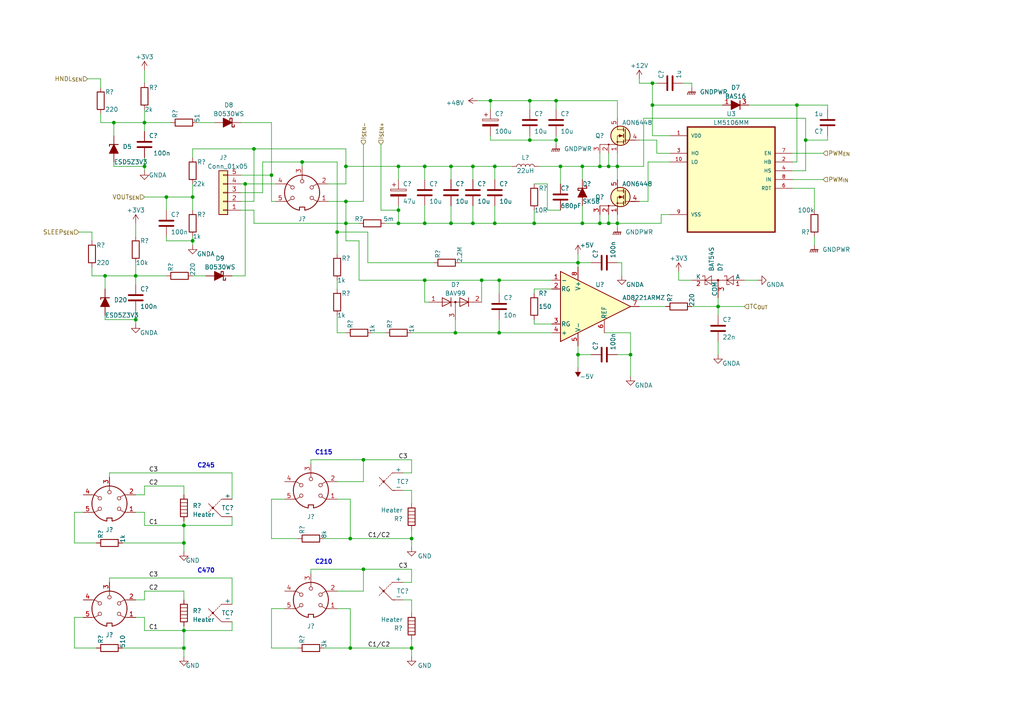
<source format=kicad_sch>
(kicad_sch (version 20230121) (generator eeschema)
  (paper "A4")
  (lib_symbols
    (symbol "Connector:DIN-5" (pin_names (offset 1.016))
      (property "Reference" "J" (at 3.175 5.715 0))
      (property "Value" "DIN-5" (at 0 -6.35 0))
      (symbol "DIN-5_1_1"
        (pin passive line (at -7.62 -2.54 0) (length 2.54) (name "~") (number "1"))
        (pin passive line (at -7.62 2.54 0) (length 2.54) (name "~") (number "2"))
        (pin passive line (at 0 7.62 270) (length 2.54) (name "~") (number "3"))
        (pin passive line (at 7.62 2.54 180) (length 2.54) (name "~") (number "4"))
        (pin passive line (at 7.62 -2.54 180) (length 2.54) (name "~") (number "5"))
      )
    )
    (symbol "Connector_Generic:Conn_01x05" (pin_names (offset 1.016) hide)
      (property "Reference" "J" (at 0 7.62 0))
      (property "Value" "Conn_01x05" (at 0 -7.62 0))
      (symbol "Conn_01x05_1_1"
        (pin passive line (at -5.08 5.08 0) (length 3.81) (name "Pin_1") (number "1"))
        (pin passive line (at -5.08 2.54 0) (length 3.81) (name "Pin_2") (number "2"))
        (pin passive line (at -5.08 0 0) (length 3.81) (name "Pin_3") (number "3"))
        (pin passive line (at -5.08 -2.54 0) (length 3.81) (name "Pin_4") (number "4"))
        (pin passive line (at -5.08 -5.08 0) (length 3.81) (name "Pin_5") (number "5"))
      )
    )
    (symbol "Device:C" (pin_numbers hide) (pin_names (offset 0.254))
      (property "Reference" "C" (at 0.635 2.54 0))
      (property "Value" "C" (at 0.635 -2.54 0))
      (symbol "C_1_1"
        (pin passive line (at 0 3.81 270) (length 2.794) (name "~") (number "1"))
        (pin passive line (at 0 -3.81 90) (length 2.794) (name "~") (number "2"))
      )
    )
    (symbol "Device:C_Polarized" (pin_numbers hide) (pin_names (offset 0.254))
      (property "Reference" "C" (at 0.635 2.54 0))
      (property "Value" "C_Polarized" (at 0.635 -2.54 0))
      (symbol "C_Polarized_1_1"
        (pin passive line (at 0 3.81 270) (length 2.794) (name "~") (number "1"))
        (pin passive line (at 0 -3.81 90) (length 2.794) (name "~") (number "2"))
      )
    )
    (symbol "Device:Heater" (pin_numbers hide) (pin_names (offset 0))
      (property "Reference" "R" (at 2.032 0 90))
      (property "Value" "Heater" (at -2.032 0 90))
      (symbol "Heater_1_1"
        (pin passive line (at 0 3.81 270) (length 1.27) (name "~") (number "1"))
        (pin passive line (at 0 -3.81 90) (length 1.27) (name "~") (number "2"))
      )
    )
    (symbol "Device:L" (pin_numbers hide) (pin_names (offset 1.016) hide)
      (property "Reference" "L" (at -1.27 0 90))
      (property "Value" "L" (at 1.905 0 90))
      (symbol "L_1_1"
        (pin passive line (at 0 3.81 270) (length 1.27) (name "1") (number "1"))
        (pin passive line (at 0 -3.81 90) (length 1.27) (name "2") (number "2"))
      )
    )
    (symbol "Device:R" (pin_numbers hide) (pin_names (offset 0))
      (property "Reference" "R" (at 2.032 0 90))
      (property "Value" "R" (at 0 0 90))
      (symbol "R_1_1"
        (pin passive line (at 0 3.81 270) (length 1.27) (name "~") (number "1"))
        (pin passive line (at 0 -3.81 90) (length 1.27) (name "~") (number "2"))
      )
    )
    (symbol "Device:Thermocouple" (pin_numbers hide) (pin_names (offset 0))
      (property "Reference" "TC" (at -3.048 3.81 0))
      (property "Value" "Thermocouple" (at -5.08 -4.064 0))
      (symbol "Thermocouple_1_1"
        (pin passive line (at 2.54 2.54 180) (length 2.54) (name "+") (number "1"))
        (pin passive line (at 2.54 -2.54 180) (length 2.54) (name "-") (number "2"))
      )
    )
    (symbol "Diode:BAT54S" (pin_names (offset 0))
      (property "Reference" "D" (at 2.54 -5.08 0))
      (property "Value" "BAT54S" (at -6.35 3.175 0))
      (symbol "BAT54S_1_1"
        (pin passive line (at -7.62 0 0) (length 3.81) (name "A") (number "1"))
        (pin passive line (at 7.62 0 180) (length 3.81) (name "K") (number "2"))
        (pin passive line (at 0 -5.08 90) (length 5.08) (name "COM") (number "3"))
      )
    )
    (symbol "Diode:BAV99" (pin_names hide)
      (property "Reference" "D" (at 0 5.08 0))
      (property "Value" "BAV99" (at 0 2.54 0))
      (symbol "BAV99_1_1"
        (pin passive line (at -7.62 0 0) (length 2.54) (name "K") (number "1"))
        (pin passive line (at 7.62 0 180) (length 2.54) (name "A") (number "2"))
        (pin passive line (at 0 -5.08 90) (length 2.54) (name "K") (number "3"))
      )
    )
    (symbol "LM5106MM:LM5106MM" (pin_names (offset 1.016))
      (property "Reference" "U" (at -12.7 16.24 0))
      (property "Value" "LM5106MM" (at -12.7 -19.24 0))
      (symbol "LM5106MM_0_0"
        (pin power_in line (at 17.78 12.7 180) (length 5.08) (name "VDD") (number "1"))
        (pin output line (at 17.78 5.08 180) (length 5.08) (name "LO") (number "10"))
        (pin input line (at -17.78 5.08 0) (length 5.08) (name "HB") (number "2"))
        (pin output line (at 17.78 7.62 180) (length 5.08) (name "HO") (number "3"))
        (pin input line (at -17.78 2.54 0) (length 5.08) (name "HS") (number "4"))
        (pin input line (at -17.78 -2.54 0) (length 5.08) (name "RDT") (number "6"))
        (pin input line (at -17.78 7.62 0) (length 5.08) (name "EN") (number "7"))
        (pin input line (at -17.78 0 0) (length 5.08) (name "IN") (number "8"))
        (pin power_in line (at 17.78 -10.16 180) (length 5.08) (name "VSS") (number "9"))
      )
    )
    (symbol "PCM_4ms_Power-symbol:+12V" (power) (pin_names (offset 0))
      (property "Value" "+12V" (at 0 3.556 0))
      (symbol "+12V_1_1"
        (pin power_in line (at 0 0 90) (length 0) hide (name "+12V") (number "1"))
      )
    )
    (symbol "PCM_4ms_Power-symbol:+3.3V" (power) (pin_names (offset 0))
      (property "Value" "+3.3V" (at 0 3.556 0))
      (symbol "+3.3V_1_1"
        (pin power_in line (at 0 0 90) (length 0) hide (name "+3V3") (number "1"))
      )
    )
    (symbol "PCM_4ms_Power-symbol:+5V" (power) (pin_names (offset 0))
      (property "Value" "+5V" (at 0 3.556 0))
      (symbol "+5V_1_1"
        (pin power_in line (at 0 0 90) (length 0) hide (name "+5V") (number "1"))
      )
    )
    (symbol "PCM_Amplifier_Instrumentation_AKL:AD8221ARMZ" (pin_names (offset 0.2))
      (property "Reference" "U" (at 6.35 7.62 0))
      (property "Value" "AD8221ARMZ" (at 6.35 5.08 0))
      (symbol "AD8221ARMZ_1_1"
        (pin input line (at -11.43 7.62 0) (length 2.54) (name "-") (number "1"))
        (pin passive line (at -11.43 5.08 0) (length 2.54) (name "RG") (number "2"))
        (pin passive line (at -11.43 -5.08 0) (length 2.54) (name "RG") (number "3"))
        (pin input line (at -11.43 -7.62 0) (length 2.54) (name "+") (number "4"))
        (pin power_in line (at -3.81 -11.43 90) (length 3.81) (name "V-") (number "5"))
        (pin input line (at 3.81 -7.62 90) (length 3.81) (name "REF") (number "6"))
        (pin output line (at 13.97 0 180) (length 2.54) (name "~") (number "7"))
        (pin power_in line (at -3.81 11.43 270) (length 3.81) (name "V+") (number "8"))
      )
    )
    (symbol "PCM_Diode_AKL:BAS16" (pin_names (offset 1.016) hide)
      (property "Reference" "D" (at 0 6.35 0))
      (property "Value" "BAS16" (at 0 3.81 0))
      (symbol "BAS16_1_1"
        (pin passive line (at -3.81 0 0) (length 2.54) (name "A") (number "1"))
        (pin no_connect line (at 0 0 0) (length 2.54) hide (name "NC") (number "2"))
        (pin passive line (at 3.81 0 180) (length 2.54) (name "K") (number "3"))
      )
    )
    (symbol "PCM_Diode_Schottky_AKL:B0530WS" (pin_numbers hide) (pin_names (offset 1.016) hide)
      (property "Reference" "D" (at 0 5.08 0))
      (property "Value" "B0530WS" (at 0 2.54 0))
      (symbol "B0530WS_1_1"
        (pin passive line (at 3.81 0 180) (length 2.54) (name "K") (number "1"))
        (pin passive line (at -3.81 0 0) (length 2.54) (name "A") (number "2"))
      )
    )
    (symbol "PCM_Diode_Schottky_AKL:SK58" (pin_numbers hide) (pin_names (offset 1.016) hide)
      (property "Reference" "D" (at 0 5.08 0))
      (property "Value" "SK58" (at 0 2.54 0))
      (symbol "SK58_1_1"
        (pin passive line (at 3.81 0 180) (length 2.54) (name "K") (number "1"))
        (pin passive line (at -3.81 0 0) (length 2.54) (name "A") (number "2"))
      )
    )
    (symbol "PCM_Diode_TVS_AKL:ESD5Z3V3" (pin_numbers hide) (pin_names (offset 1.016) hide)
      (property "Reference" "D" (at 0 5.08 0))
      (property "Value" "ESD5Z3V3" (at 0 2.54 0))
      (symbol "ESD5Z3V3_1_1"
        (pin passive line (at 3.81 0 180) (length 2.54) (name "K") (number "1"))
        (pin passive line (at -3.81 0 0) (length 2.54) (name "A") (number "2"))
      )
    )
    (symbol "PCM_Transistor_MOSFET_AKL:AON6220" (pin_names hide)
      (property "Reference" "Q" (at 5.08 1.27 0))
      (property "Value" "AON6220" (at 5.08 -1.27 0))
      (symbol "AON6220_1_1"
        (pin passive line (at 2.54 -5.08 90) (length 2.54) (name "S") (number "1"))
        (pin passive line (at 5.08 -5.08 90) (length 2.54) (name "S") (number "2"))
        (pin passive line (at 7.62 -5.08 90) (length 2.54) (name "S") (number "3"))
        (pin input line (at -3.81 -1.27 0) (length 2.54) (name "G") (number "4"))
        (pin passive line (at 2.54 5.08 270) (length 2.54) (name "D") (number "5"))
      )
    )
    (symbol "power:+48V" (power) (pin_names (offset 0))
      (property "Value" "+48V" (at 0 3.556 0))
      (symbol "+48V_1_1"
        (pin power_in line (at 0 0 90) (length 0) hide (name "+48V") (number "1"))
      )
    )
    (symbol "power:-5V" (power) (pin_names (offset 0))
      (property "Value" "-5V" (at 0 3.81 0))
      (symbol "-5V_0_0"
        (pin power_in line (at 0 0 90) (length 0) hide (name "-5V") (number "1"))
      )
    )
    (symbol "power:GND" (power) (pin_names (offset 0))
      (property "Value" "GND" (at 0 -3.81 0))
      (symbol "GND_1_1"
        (pin power_in line (at 0 0 270) (length 0) hide (name "GND") (number "1"))
      )
    )
    (symbol "power:GNDA" (power) (pin_names (offset 0))
      (property "Value" "GNDA" (at 0 -3.81 0))
      (symbol "GNDA_1_1"
        (pin power_in line (at 0 0 270) (length 0) hide (name "GNDA") (number "1"))
      )
    )
    (symbol "power:GNDPWR" (power) (pin_names (offset 0))
      (property "Value" "GNDPWR" (at 0 -3.302 0))
      (symbol "GNDPWR_1_1"
        (pin power_in line (at 0 0 270) (length 0) hide (name "GNDPWR") (number "1"))
      )
    )
  )
  (junction (at 30.48 80.01))
  (junction (at 41.91 48.26))
  (junction (at 176.53 64.77))
  (junction (at 144.78 81.28))
  (junction (at 179.07 64.77))
  (junction (at 173.99 64.77))
  (junction (at 100.33 48.26))
  (junction (at 101.6 187.96))
  (junction (at 137.16 64.77))
  (junction (at 53.34 157.48))
  (junction (at 143.51 64.77))
  (junction (at 168.91 64.77))
  (junction (at 162.56 48.26))
  (junction (at 161.29 40.64))
  (junction (at 39.37 92.71))
  (junction (at 100.33 64.77))
  (junction (at 115.57 60.96))
  (junction (at 39.37 80.01))
  (junction (at 73.66 43.18))
  (junction (at 55.88 57.15))
  (junction (at 53.34 187.96))
  (junction (at 168.91 48.26))
  (junction (at 48.26 57.15))
  (junction (at 189.23 30.48))
  (junction (at 176.53 48.26))
  (junction (at 179.07 48.26))
  (junction (at 100.33 58.42))
  (junction (at 101.6 156.21))
  (junction (at 173.99 48.26))
  (junction (at 233.68 40.64))
  (junction (at 78.74 50.8))
  (junction (at 123.19 64.77))
  (junction (at 123.19 81.28))
  (junction (at 153.67 40.64))
  (junction (at 139.7 81.28))
  (junction (at 161.29 29.21))
  (junction (at 167.64 102.87))
  (junction (at 55.88 69.85))
  (junction (at 132.08 96.52))
  (junction (at 167.64 76.2))
  (junction (at 53.34 152.4))
  (junction (at 53.34 182.88))
  (junction (at 130.81 48.26))
  (junction (at 154.94 64.77))
  (junction (at 231.14 30.48))
  (junction (at 143.51 48.26))
  (junction (at 144.78 96.52))
  (junction (at 119.38 156.21))
  (junction (at 87.63 46.99))
  (junction (at 189.23 24.13))
  (junction (at 153.67 29.21))
  (junction (at 115.57 64.77))
  (junction (at 105.41 165.1))
  (junction (at 105.41 133.35))
  (junction (at 123.19 48.26))
  (junction (at 208.28 88.9))
  (junction (at 137.16 48.26))
  (junction (at 41.91 35.56))
  (junction (at 115.57 48.26))
  (junction (at 142.24 29.21))
  (junction (at 71.12 53.34))
  (junction (at 97.79 67.31))
  (junction (at 119.38 187.96))
  (junction (at 130.81 64.77))
  (junction (at 33.02 35.56))
  (junction (at 182.88 102.87))
  (wire (pts (xy 189.23 30.48) (xy 209.55 30.48)))
  (wire (pts (xy 76.2 46.99) (xy 87.63 46.99)))
  (wire (pts (xy 78.74 50.8) (xy 69.85 50.8)))
  (wire (pts (xy 104.14 81.28) (xy 104.14 69.85)))
  (wire (pts (xy 73.66 64.77) (xy 100.33 64.77)))
  (wire (pts (xy 137.16 64.77) (xy 143.51 64.77)))
  (wire (pts (xy 55.88 53.34) (xy 55.88 57.15)))
  (wire (pts (xy 29.21 35.56) (xy 29.21 33.02)))
  (wire (pts (xy 229.87 44.45) (xy 238.76 44.45)))
  (wire (pts (xy 130.81 64.77) (xy 137.16 64.77)))
  (wire (pts (xy 119.38 185.42) (xy 119.38 187.96)))
  (wire (pts (xy 115.57 48.26) (xy 115.57 52.07)))
  (wire (pts (xy 87.63 46.99) (xy 97.79 46.99)))
  (wire (pts (xy 41.91 140.97) (xy 41.91 143.51)))
  (wire (pts (xy 123.19 59.69) (xy 123.19 64.77)))
  (wire (pts (xy 133.35 76.2) (xy 167.64 76.2)))
  (wire (pts (xy 116.84 173.99) (xy 119.38 173.99)))
  (wire (pts (xy 39.37 90.17) (xy 39.37 92.71)))
  (wire (pts (xy 90.17 165.1) (xy 90.17 166.37)))
  (wire (pts (xy 115.57 59.69) (xy 115.57 60.96)))
  (wire (pts (xy 41.91 182.88) (xy 53.34 182.88)))
  (wire (pts (xy 21.59 187.96) (xy 21.59 179.07)))
  (wire (pts (xy 105.41 58.42) (xy 100.33 58.42)))
  (wire (pts (xy 41.91 20.32) (xy 41.91 24.13)))
  (wire (pts (xy 189.23 39.37) (xy 189.23 30.48)))
  (wire (pts (xy 167.64 102.87) (xy 167.64 100.33)))
  (wire (pts (xy 53.34 152.4) (xy 67.31 152.4)))
  (wire (pts (xy 162.56 48.26) (xy 168.91 48.26)))
  (wire (pts (xy 200.66 24.13) (xy 198.12 24.13)))
  (wire (pts (xy 179.07 29.21) (xy 179.07 34.29)))
  (wire (pts (xy 175.26 96.52) (xy 182.88 96.52)))
  (wire (pts (xy 71.12 80.01) (xy 71.12 53.34)))
  (wire (pts (xy 154.94 60.96) (xy 154.94 64.77)))
  (wire (pts (xy 142.24 29.21) (xy 142.24 31.75)))
  (wire (pts (xy 158.75 60.96) (xy 158.75 53.34)))
  (wire (pts (xy 160.02 81.28) (xy 144.78 81.28)))
  (wire (pts (xy 139.7 81.28) (xy 144.78 81.28)))
  (wire (pts (xy 31.75 137.16) (xy 31.75 138.43)))
  (wire (pts (xy 29.21 22.86) (xy 25.4 22.86)))
  (wire (pts (xy 208.28 99.06) (xy 208.28 102.87)))
  (wire (pts (xy 53.34 173.99) (xy 53.34 171.45)))
  (wire (pts (xy 78.74 58.42) (xy 78.74 50.8)))
  (wire (pts (xy 154.94 83.82) (xy 160.02 83.82)))
  (wire (pts (xy 100.33 43.18) (xy 100.33 48.26)))
  (wire (pts (xy 240.03 31.75) (xy 240.03 30.48)))
  (wire (pts (xy 31.75 167.64) (xy 31.75 168.91)))
  (wire (pts (xy 39.37 179.07) (xy 41.91 179.07)))
  (wire (pts (xy 154.94 85.09) (xy 154.94 83.82)))
  (wire (pts (xy 69.85 53.34) (xy 71.12 53.34)))
  (wire (pts (xy 41.91 31.75) (xy 41.91 35.56)))
  (wire (pts (xy 21.59 179.07) (xy 24.13 179.07)))
  (wire (pts (xy 173.99 62.23) (xy 173.99 64.77)))
  (wire (pts (xy 173.99 44.45) (xy 173.99 48.26)))
  (wire (pts (xy 78.74 176.53) (xy 82.55 176.53)))
  (wire (pts (xy 179.07 48.26) (xy 179.07 52.07)))
  (wire (pts (xy 176.53 44.45) (xy 176.53 48.26)))
  (wire (pts (xy 78.74 187.96) (xy 78.74 176.53)))
  (wire (pts (xy 236.22 54.61) (xy 229.87 54.61)))
  (wire (pts (xy 139.7 81.28) (xy 139.7 87.63)))
  (wire (pts (xy 48.26 57.15) (xy 55.88 57.15)))
  (wire (pts (xy 57.15 35.56) (xy 62.23 35.56)))
  (wire (pts (xy 41.91 45.72) (xy 41.91 48.26)))
  (wire (pts (xy 100.33 48.26) (xy 115.57 48.26)))
  (wire (pts (xy 161.29 40.64) (xy 161.29 41.91)))
  (wire (pts (xy 39.37 64.77) (xy 39.37 68.58)))
  (wire (pts (xy 41.91 152.4) (xy 53.34 152.4)))
  (wire (pts (xy 167.64 73.66) (xy 167.64 76.2)))
  (wire (pts (xy 67.31 152.4) (xy 67.31 149.86)))
  (wire (pts (xy 142.24 40.64) (xy 153.67 40.64)))
  (wire (pts (xy 67.31 144.78) (xy 67.31 137.16)))
  (wire (pts (xy 53.34 157.48) (xy 53.34 160.02)))
  (wire (pts (xy 162.56 48.26) (xy 162.56 53.34)))
  (wire (pts (xy 97.79 176.53) (xy 101.6 176.53)))
  (wire (pts (xy 130.81 59.69) (xy 130.81 64.77)))
  (wire (pts (xy 115.57 48.26) (xy 123.19 48.26)))
  (wire (pts (xy 179.07 64.77) (xy 179.07 66.04)))
  (wire (pts (xy 153.67 29.21) (xy 153.67 31.75)))
  (wire (pts (xy 55.88 68.58) (xy 55.88 69.85)))
  (wire (pts (xy 167.64 76.2) (xy 167.64 77.47)))
  (wire (pts (xy 132.08 92.71) (xy 132.08 96.52)))
  (wire (pts (xy 105.41 165.1) (xy 105.41 171.45)))
  (wire (pts (xy 154.94 92.71) (xy 154.94 93.98)))
  (wire (pts (xy 233.68 34.29) (xy 186.69 34.29)))
  (wire (pts (xy 30.48 80.01) (xy 39.37 80.01)))
  (wire (pts (xy 132.08 96.52) (xy 144.78 96.52)))
  (wire (pts (xy 41.91 35.56) (xy 49.53 35.56)))
  (wire (pts (xy 194.31 62.23) (xy 191.77 62.23)))
  (wire (pts (xy 35.56 187.96) (xy 53.34 187.96)))
  (wire (pts (xy 110.49 60.96) (xy 115.57 60.96)))
  (wire (pts (xy 233.68 49.53) (xy 233.68 40.64)))
  (wire (pts (xy 208.28 86.36) (xy 208.28 88.9)))
  (wire (pts (xy 106.68 67.31) (xy 97.79 67.31)))
  (wire (pts (xy 171.45 102.87) (xy 167.64 102.87)))
  (wire (pts (xy 101.6 187.96) (xy 119.38 187.96)))
  (wire (pts (xy 137.16 59.69) (xy 137.16 64.77)))
  (wire (pts (xy 173.99 48.26) (xy 176.53 48.26)))
  (wire (pts (xy 107.95 96.52) (xy 111.76 96.52)))
  (wire (pts (xy 55.88 43.18) (xy 73.66 43.18)))
  (wire (pts (xy 105.41 133.35) (xy 105.41 139.7)))
  (wire (pts (xy 95.25 53.34) (xy 100.33 53.34)))
  (wire (pts (xy 76.2 55.88) (xy 76.2 46.99)))
  (wire (pts (xy 86.36 187.96) (xy 78.74 187.96)))
  (wire (pts (xy 158.75 53.34) (xy 154.94 53.34)))
  (wire (pts (xy 168.91 48.26) (xy 168.91 52.07)))
  (wire (pts (xy 106.68 76.2) (xy 106.68 67.31)))
  (wire (pts (xy 144.78 92.71) (xy 144.78 96.52)))
  (wire (pts (xy 208.28 88.9) (xy 215.9 88.9)))
  (wire (pts (xy 53.34 182.88) (xy 53.34 187.96)))
  (wire (pts (xy 69.85 58.42) (xy 73.66 58.42)))
  (wire (pts (xy 143.51 48.26) (xy 143.51 52.07)))
  (wire (pts (xy 153.67 39.37) (xy 153.67 40.64)))
  (wire (pts (xy 233.68 40.64) (xy 233.68 34.29)))
  (wire (pts (xy 101.6 176.53) (xy 101.6 187.96)))
  (wire (pts (xy 119.38 153.67) (xy 119.38 156.21)))
  (wire (pts (xy 69.85 55.88) (xy 76.2 55.88)))
  (wire (pts (xy 39.37 143.51) (xy 41.91 143.51)))
  (wire (pts (xy 30.48 92.71) (xy 39.37 92.71)))
  (wire (pts (xy 48.26 68.58) (xy 48.26 69.85)))
  (wire (pts (xy 229.87 52.07) (xy 238.76 52.07)))
  (wire (pts (xy 39.37 92.71) (xy 39.37 93.98)))
  (wire (pts (xy 130.81 52.07) (xy 130.81 48.26)))
  (wire (pts (xy 33.02 35.56) (xy 41.91 35.56)))
  (wire (pts (xy 119.38 156.21) (xy 119.38 158.75)))
  (wire (pts (xy 194.31 39.37) (xy 189.23 39.37)))
  (wire (pts (xy 41.91 57.15) (xy 48.26 57.15)))
  (wire (pts (xy 194.31 46.99) (xy 187.96 46.99)))
  (wire (pts (xy 41.91 171.45) (xy 41.91 173.99)))
  (wire (pts (xy 100.33 64.77) (xy 100.33 69.85)))
  (wire (pts (xy 185.42 24.13) (xy 185.42 22.86)))
  (wire (pts (xy 69.85 35.56) (xy 78.74 35.56)))
  (wire (pts (xy 123.19 64.77) (xy 130.81 64.77)))
  (wire (pts (xy 119.38 142.24) (xy 119.38 146.05)))
  (wire (pts (xy 71.12 53.34) (xy 80.01 53.34)))
  (wire (pts (xy 73.66 60.96) (xy 73.66 64.77)))
  (wire (pts (xy 78.74 156.21) (xy 78.74 144.78)))
  (wire (pts (xy 30.48 80.01) (xy 30.48 83.82)))
  (wire (pts (xy 110.49 41.91) (xy 110.49 60.96)))
  (wire (pts (xy 196.85 78.74) (xy 196.85 81.28)))
  (wire (pts (xy 39.37 148.59) (xy 41.91 148.59)))
  (wire (pts (xy 105.41 133.35) (xy 119.38 133.35)))
  (wire (pts (xy 179.07 44.45) (xy 179.07 48.26)))
  (wire (pts (xy 101.6 144.78) (xy 101.6 156.21)))
  (wire (pts (xy 26.67 67.31) (xy 22.86 67.31)))
  (wire (pts (xy 39.37 80.01) (xy 48.26 80.01)))
  (wire (pts (xy 119.38 96.52) (xy 132.08 96.52)))
  (wire (pts (xy 123.19 81.28) (xy 139.7 81.28)))
  (wire (pts (xy 27.94 157.48) (xy 21.59 157.48)))
  (wire (pts (xy 53.34 187.96) (xy 53.34 190.5)))
  (wire (pts (xy 182.88 102.87) (xy 179.07 102.87)))
  (wire (pts (xy 233.68 40.64) (xy 240.03 40.64)))
  (wire (pts (xy 73.66 43.18) (xy 100.33 43.18)))
  (wire (pts (xy 162.56 60.96) (xy 158.75 60.96)))
  (wire (pts (xy 53.34 171.45) (xy 41.91 171.45)))
  (wire (pts (xy 33.02 48.26) (xy 41.91 48.26)))
  (wire (pts (xy 97.79 67.31) (xy 97.79 73.66)))
  (wire (pts (xy 190.5 24.13) (xy 189.23 24.13)))
  (wire (pts (xy 80.01 58.42) (xy 78.74 58.42)))
  (wire (pts (xy 142.24 29.21) (xy 153.67 29.21)))
  (wire (pts (xy 95.25 58.42) (xy 100.33 58.42)))
  (wire (pts (xy 119.38 173.99) (xy 119.38 177.8)))
  (wire (pts (xy 39.37 76.2) (xy 39.37 80.01)))
  (wire (pts (xy 182.88 102.87) (xy 182.88 109.22)))
  (wire (pts (xy 240.03 39.37) (xy 240.03 40.64)))
  (wire (pts (xy 168.91 64.77) (xy 173.99 64.77)))
  (wire (pts (xy 154.94 64.77) (xy 168.91 64.77)))
  (wire (pts (xy 189.23 24.13) (xy 185.42 24.13)))
  (wire (pts (xy 97.79 144.78) (xy 101.6 144.78)))
  (wire (pts (xy 101.6 156.21) (xy 119.38 156.21)))
  (wire (pts (xy 53.34 140.97) (xy 41.91 140.97)))
  (wire (pts (xy 21.59 157.48) (xy 21.59 148.59)))
  (wire (pts (xy 240.03 30.48) (xy 231.14 30.48)))
  (wire (pts (xy 29.21 25.4) (xy 29.21 22.86)))
  (wire (pts (xy 138.43 29.21) (xy 142.24 29.21)))
  (wire (pts (xy 119.38 187.96) (xy 119.38 190.5)))
  (wire (pts (xy 116.84 168.91) (xy 119.38 168.91)))
  (wire (pts (xy 41.91 35.56) (xy 41.91 38.1)))
  (wire (pts (xy 104.14 81.28) (xy 123.19 81.28)))
  (wire (pts (xy 53.34 152.4) (xy 53.34 157.48)))
  (wire (pts (xy 104.14 69.85) (xy 100.33 69.85)))
  (wire (pts (xy 115.57 64.77) (xy 123.19 64.77)))
  (wire (pts (xy 90.17 133.35) (xy 105.41 133.35)))
  (wire (pts (xy 100.33 64.77) (xy 104.14 64.77)))
  (wire (pts (xy 168.91 59.69) (xy 168.91 64.77)))
  (wire (pts (xy 100.33 58.42) (xy 100.33 64.77)))
  (wire (pts (xy 41.91 148.59) (xy 41.91 152.4)))
  (wire (pts (xy 48.26 69.85) (xy 55.88 69.85)))
  (wire (pts (xy 100.33 48.26) (xy 100.33 53.34)))
  (wire (pts (xy 148.59 48.26) (xy 143.51 48.26)))
  (wire (pts (xy 39.37 173.99) (xy 41.91 173.99)))
  (wire (pts (xy 90.17 165.1) (xy 105.41 165.1)))
  (wire (pts (xy 31.75 167.64) (xy 67.31 167.64)))
  (wire (pts (xy 119.38 168.91) (xy 119.38 165.1)))
  (wire (pts (xy 168.91 48.26) (xy 173.99 48.26)))
  (wire (pts (xy 187.96 58.42) (xy 185.42 58.42)))
  (wire (pts (xy 93.98 187.96) (xy 101.6 187.96)))
  (wire (pts (xy 55.88 80.01) (xy 59.69 80.01)))
  (wire (pts (xy 123.19 48.26) (xy 130.81 48.26)))
  (wire (pts (xy 26.67 80.01) (xy 26.67 77.47)))
  (wire (pts (xy 53.34 152.4) (xy 53.34 151.13)))
  (wire (pts (xy 67.31 182.88) (xy 67.31 180.34)))
  (wire (pts (xy 123.19 48.26) (xy 123.19 52.07)))
  (wire (pts (xy 30.48 91.44) (xy 30.48 92.71)))
  (wire (pts (xy 93.98 156.21) (xy 101.6 156.21)))
  (wire (pts (xy 105.41 41.91) (xy 105.41 58.42)))
  (wire (pts (xy 53.34 182.88) (xy 53.34 181.61)))
  (wire (pts (xy 97.79 96.52) (xy 97.79 91.44)))
  (wire (pts (xy 137.16 48.26) (xy 143.51 48.26)))
  (wire (pts (xy 123.19 87.63) (xy 124.46 87.63)))
  (wire (pts (xy 176.53 62.23) (xy 176.53 64.77)))
  (wire (pts (xy 171.45 76.2) (xy 167.64 76.2)))
  (wire (pts (xy 55.88 69.85) (xy 55.88 71.12)))
  (wire (pts (xy 119.38 137.16) (xy 119.38 133.35)))
  (wire (pts (xy 189.23 30.48) (xy 189.23 24.13)))
  (wire (pts (xy 41.91 48.26) (xy 41.91 49.53)))
  (wire (pts (xy 26.67 69.85) (xy 26.67 67.31)))
  (wire (pts (xy 208.28 88.9) (xy 208.28 91.44)))
  (wire (pts (xy 200.66 88.9) (xy 208.28 88.9)))
  (wire (pts (xy 105.41 165.1) (xy 119.38 165.1)))
  (wire (pts (xy 236.22 60.96) (xy 236.22 54.61)))
  (wire (pts (xy 161.29 29.21) (xy 161.29 31.75)))
  (wire (pts (xy 153.67 29.21) (xy 161.29 29.21)))
  (wire (pts (xy 55.88 45.72) (xy 55.88 43.18)))
  (wire (pts (xy 231.14 30.48) (xy 231.14 46.99)))
  (wire (pts (xy 48.26 60.96) (xy 48.26 57.15)))
  (wire (pts (xy 125.73 76.2) (xy 106.68 76.2)))
  (wire (pts (xy 97.79 81.28) (xy 97.79 83.82)))
  (wire (pts (xy 190.5 40.64) (xy 185.42 40.64)))
  (wire (pts (xy 180.34 76.2) (xy 180.34 80.01)))
  (wire (pts (xy 143.51 64.77) (xy 154.94 64.77)))
  (wire (pts (xy 153.67 40.64) (xy 161.29 40.64)))
  (wire (pts (xy 130.81 48.26) (xy 137.16 48.26)))
  (wire (pts (xy 69.85 60.96) (xy 73.66 60.96)))
  (wire (pts (xy 27.94 187.96) (xy 21.59 187.96)))
  (wire (pts (xy 123.19 81.28) (xy 123.19 87.63)))
  (wire (pts (xy 144.78 81.28) (xy 144.78 85.09)))
  (wire (pts (xy 191.77 62.23) (xy 191.77 64.77)))
  (wire (pts (xy 176.53 48.26) (xy 179.07 48.26)))
  (wire (pts (xy 167.64 102.87) (xy 167.64 106.68)))
  (wire (pts (xy 154.94 93.98) (xy 160.02 93.98)))
  (wire (pts (xy 143.51 59.69) (xy 143.51 64.77)))
  (wire (pts (xy 182.88 96.52) (xy 182.88 102.87)))
  (wire (pts (xy 137.16 52.07) (xy 137.16 48.26)))
  (wire (pts (xy 217.17 30.48) (xy 231.14 30.48)))
  (wire (pts (xy 41.91 179.07) (xy 41.91 182.88)))
  (wire (pts (xy 67.31 175.26) (xy 67.31 167.64)))
  (wire (pts (xy 111.76 64.77) (xy 115.57 64.77)))
  (wire (pts (xy 116.84 137.16) (xy 119.38 137.16)))
  (wire (pts (xy 33.02 46.99) (xy 33.02 48.26)))
  (wire (pts (xy 176.53 64.77) (xy 179.07 64.77)))
  (wire (pts (xy 187.96 46.99) (xy 187.96 58.42)))
  (wire (pts (xy 142.24 39.37) (xy 142.24 40.64)))
  (wire (pts (xy 190.5 44.45) (xy 190.5 40.64)))
  (wire (pts (xy 53.34 143.51) (xy 53.34 140.97)))
  (wire (pts (xy 31.75 137.16) (xy 67.31 137.16)))
  (wire (pts (xy 194.31 44.45) (xy 190.5 44.45)))
  (wire (pts (xy 78.74 35.56) (xy 78.74 50.8)))
  (wire (pts (xy 179.07 62.23) (xy 179.07 64.77)))
  (wire (pts (xy 115.57 60.96) (xy 115.57 64.77)))
  (wire (pts (xy 231.14 46.99) (xy 229.87 46.99)))
  (wire (pts (xy 39.37 80.01) (xy 39.37 82.55)))
  (wire (pts (xy 78.74 144.78) (xy 82.55 144.78)))
  (wire (pts (xy 26.67 80.01) (xy 30.48 80.01)))
  (wire (pts (xy 229.87 49.53) (xy 233.68 49.53)))
  (wire (pts (xy 67.31 80.01) (xy 71.12 80.01)))
  (wire (pts (xy 55.88 57.15) (xy 55.88 60.96)))
  (wire (pts (xy 21.59 148.59) (xy 24.13 148.59)))
  (wire (pts (xy 156.21 48.26) (xy 162.56 48.26)))
  (wire (pts (xy 186.69 48.26) (xy 179.07 48.26)))
  (wire (pts (xy 97.79 46.99) (xy 97.79 67.31)))
  (wire (pts (xy 116.84 142.24) (xy 119.38 142.24)))
  (wire (pts (xy 97.79 171.45) (xy 105.41 171.45)))
  (wire (pts (xy 161.29 29.21) (xy 179.07 29.21)))
  (wire (pts (xy 200.66 25.4) (xy 200.66 24.13)))
  (wire (pts (xy 86.36 156.21) (xy 78.74 156.21)))
  (wire (pts (xy 97.79 96.52) (xy 100.33 96.52)))
  (wire (pts (xy 53.34 182.88) (xy 67.31 182.88)))
  (wire (pts (xy 73.66 58.42) (xy 73.66 43.18)))
  (wire (pts (xy 191.77 64.77) (xy 179.07 64.77)))
  (wire (pts (xy 29.21 35.56) (xy 33.02 35.56)))
  (wire (pts (xy 33.02 35.56) (xy 33.02 39.37)))
  (wire (pts (xy 97.79 139.7) (xy 105.41 139.7)))
  (wire (pts (xy 87.63 48.26) (xy 87.63 46.99)))
  (wire (pts (xy 144.78 96.52) (xy 160.02 96.52)))
  (wire (pts (xy 186.69 34.29) (xy 186.69 48.26)))
  (wire (pts (xy 179.07 76.2) (xy 180.34 76.2)))
  (wire (pts (xy 161.29 39.37) (xy 161.29 40.64)))
  (wire (pts (xy 196.85 81.28) (xy 200.66 81.28)))
  (wire (pts (xy 215.9 81.28) (xy 219.71 81.28)))
  (wire (pts (xy 236.22 68.58) (xy 236.22 71.12)))
  (wire (pts (xy 90.17 133.35) (xy 90.17 134.62)))
  (wire (pts (xy 35.56 157.48) (xy 53.34 157.48)))
  (wire (pts (xy 173.99 64.77) (xy 176.53 64.77)))
  (wire (pts (xy 185.42 88.9) (xy 193.04 88.9)))
  (text "C245" (at 57.15 135.89 0) (effects (font (size 1.27 1.27) (thickness 0.254) bold) (justify left bottom)))
  (text "C210" (at 96.52 163.83 0) (effects (font (size 1.27 1.27) (thickness 0.254) bold) (justify right bottom)))
  (text "C470" (at 57.15 166.37 0) (effects (font (size 1.27 1.27) (thickness 0.254) bold) (justify left bottom)))
  (text "C115" (at 96.52 132.08 0) (effects (font (size 1.27 1.27) (thickness 0.254) bold) (justify right bottom)))
  (label "C2" (at 43.18 171.45 0))
  (label "C3" (at 43.18 137.16 0))
  (label "C3" (at 43.18 167.64 0))
  (label "C1{slash}C2" (at 106.68 187.96 0))
  (label "C3" (at 115.57 133.35 0))
  (label "C3" (at 115.57 165.1 0))
  (label "C1" (at 43.18 152.4 0))
  (label "C1" (at 43.18 182.88 0))
  (label "C1{slash}C2" (at 106.68 156.21 0))
  (label "C2" (at 43.18 140.97 0))
  (hierarchical_label "TC_{OUT}" (shape input) (at 215.9 88.9 0))
  (hierarchical_label "HNDL_{SEN}" (shape input) (at 25.4 22.86 180))
  (hierarchical_label "I_{SEN+}" (shape input) (at 110.49 41.91 90))
  (hierarchical_label "VOUT_{SEN}" (shape input) (at 41.91 57.15 180))
  (hierarchical_label "PWM_{IN}" (shape input) (at 238.76 52.07 0))
  (hierarchical_label "PWM_{EN}" (shape input) (at 238.76 44.45 0))
  (hierarchical_label "I_{SEN-}" (shape input) (at 105.41 41.91 90))
  (hierarchical_label "SLEEP_{SEN}" (shape input) (at 22.86 67.31 180))
  (symbol (lib_id "Diode:BAV99") (at 132.08 87.63 0) (unit 1)
    (property "Reference" "D?" (at 132.08 82.55 0))
    (property "Value" "BAV99" (at 132.08 85.09 0))
    (property "Footprint" "Package_TO_SOT_SMD:SOT-23" (effects hide))
    (property "Datasheet" "https://assets.nexperia.com/documents/data-sheet/BAV99_SER.pdf" (effects hide))
  )
  (symbol (lib_id "Device:R") (at 97.79 77.47 0) (unit 1)
    (property "Reference" "R?" (at 99.06 74.93 0) (effects (justify left)))
    (property "Value" "1k" (at 97.79 81.28 0) (effects (justify left)))
    (property "Footprint" "Resistor_SMD:R_1206_3216Metric_Pad1.30x1.75mm_HandSolder" (effects hide))
  )
  (symbol (lib_id "Device:Thermocouple") (at 114.3 139.7 0) (unit 1) (on_board no)
    (property "Reference" "TC?" (at 116.84 139.7 0))
    (property "Value" "Thermocouple" (effects hide))
  )
  (symbol (lib_id "Device:R") (at 90.17 187.96 90) (unit 1) (on_board no)
    (property "Reference" "R?" (at 87.63 186.69 0) (effects (justify left)))
    (property "Value" "3k" (at 93.98 187.96 0) (effects (justify left)))
    (property "Footprint" "Resistor_SMD:R_0603_1608Metric_Pad0.98x0.95mm_HandSolder" (effects hide))
  )
  (symbol (lib_id "power:GNDPWR") (at 161.29 41.91 0) (unit 1)
    (property "Reference" "#PWR?" (effects hide))
    (property "Value" "GNDPWR" (at 167.64 43.18 0))
  )
  (symbol (lib_id "Device:C") (at 208.28 95.25 0) (unit 1)
    (property "Reference" "C?" (at 209.55 92.71 0) (effects (justify left)))
    (property "Value" "22n" (at 209.55 97.79 0) (effects (justify left)))
    (property "Footprint" "Capacitor_SMD:C_0805_2012Metric" (effects hide))
  )
  (symbol (lib_id "Diode:BAT54S") (at 208.28 81.28 0) (mirror y) (unit 1)
    (property "Reference" "D?" (at 208.915 78.74 90) (effects (justify left)))
    (property "Value" "BAT54S" (at 206.375 78.74 90) (effects (justify left)))
    (property "Footprint" "Package_TO_SOT_SMD:SOT-23" (effects hide))
    (property "Datasheet" "https://www.diodes.com/assets/Datasheets/ds11005.pdf" (effects hide))
  )
  (symbol (lib_id "Device:R") (at 29.21 29.21 0) (unit 1)
    (property "Reference" "R?" (at 30.48 26.67 0) (effects (justify left)))
    (property "Value" "220" (at 30.48 31.75 0) (effects (justify left)))
    (property "Footprint" "Resistor_SMD:R_0603_1608Metric_Pad0.98x0.95mm_HandSolder" (effects hide))
  )
  (symbol (lib_id "Device:R") (at 53.34 35.56 90) (unit 1)
    (property "Reference" "R?" (at 50.8 34.29 0) (effects (justify left)))
    (property "Value" "51" (at 57.15 35.56 0) (effects (justify left)))
    (property "Footprint" "Resistor_SMD:R_0603_1608Metric_Pad0.98x0.95mm_HandSolder" (effects hide))
  )
  (symbol (lib_id "Connector:DIN-5") (at 90.17 142.24 0) (mirror y) (unit 1) (on_board no)
    (property "Reference" "J?" (at 90.1699 149.86 0))
    (property "Value" "DIN-5" (effects hide))
    (property "Datasheet" "http://www.mouser.com/ds/2/18/40_c091_abd_e-75918.pdf" (effects hide))
  )
  (symbol (lib_id "Device:C_Polarized") (at 142.24 35.56 0) (unit 1)
    (property "Reference" "C?" (at 143.51 33.02 0) (effects (justify left)))
    (property "Value" "100u" (at 143.51 38.1 0) (effects (justify left)))
    (property "Footprint" "Capacitor_SMD:C_0805_2012Metric" (effects hide))
  )
  (symbol (lib_id "Device:R") (at 97.79 87.63 0) (unit 1)
    (property "Reference" "R?" (at 99.06 85.09 0) (effects (justify left)))
    (property "Value" "1k" (at 97.79 91.44 0) (effects (justify left)))
    (property "Footprint" "Resistor_SMD:R_1206_3216Metric_Pad1.30x1.75mm_HandSolder" (effects hide))
  )
  (symbol (lib_id "Device:L") (at 152.4 48.26 90) (unit 1)
    (property "Reference" "L?" (at 152.4 45.72 90))
    (property "Value" "22uH" (at 152.4 49.53 90))
    (property "Footprint" "Inductor_SMD:L_Bourns_SRP1770TA_16.9x16.9mm" (effects hide))
  )
  (symbol (lib_id "Device:R") (at 196.85 88.9 90) (unit 1)
    (property "Reference" "R?" (at 194.31 87.63 0) (effects (justify left)))
    (property "Value" "220" (at 200.66 88.9 0) (effects (justify left)))
    (property "Footprint" "Resistor_SMD:R_0603_1608Metric_Pad0.98x0.95mm_HandSolder" (effects hide))
  )
  (symbol (lib_id "power:GNDPWR") (at 236.22 71.12 0) (unit 1)
    (property "Reference" "#PWR?" (effects hide))
    (property "Value" "GNDPWR" (at 242.57 72.39 0))
  )
  (symbol (lib_id "Device:R") (at 154.94 57.15 0) (unit 1)
    (property "Reference" "R?" (at 156.21 54.61 0) (effects (justify left)))
    (property "Value" "10R" (at 154.94 60.96 0) (effects (justify left)))
    (property "Footprint" "Resistor_SMD:R_1206_3216Metric_Pad1.30x1.75mm_HandSolder" (effects hide))
  )
  (symbol (lib_id "power:GND") (at 119.38 190.5 0) (unit 1)
    (property "Reference" "#PWR?" (effects hide))
    (property "Value" "GND" (at 123.19 193.04 0))
  )
  (symbol (lib_id "Device:R") (at 39.37 72.39 0) (unit 1)
    (property "Reference" "R?" (at 40.64 69.85 0) (effects (justify left)))
    (property "Value" "10k" (at 39.37 76.2 0) (effects (justify left)))
    (property "Footprint" "Resistor_SMD:R_0603_1608Metric_Pad0.98x0.95mm_HandSolder" (effects hide))
  )
  (symbol (lib_id "Device:Thermocouple") (at 64.77 177.8 0) (unit 1) (on_board no)
    (property "Reference" "TC?" (at 66.04 177.8 0))
    (property "Value" "Thermocouple" (effects hide))
  )
  (symbol (lib_id "PCM_Amplifier_Instrumentation_AKL:AD8221ARMZ") (at 171.45 88.9 0) (unit 1)
    (property "Reference" "U?" (at 173.99 82.55 0))
    (property "Value" "AD8221ARMZ" (at 186.69 86.36 0))
    (property "Footprint" "PCM_Package_SO_AKL:MSOP-8_3x3mm_P0.65mm" (effects hide))
    (property "Datasheet" "https://www.tme.eu/Document/711954df763f9f17cd2aa909cb248435/ad8221.pdf" (effects hide))
  )
  (symbol (lib_id "PCM_4ms_Power-symbol:+5V") (at 167.64 73.66 0) (unit 1)
    (property "Reference" "#PWR?" (effects hide))
    (property "Value" "+5V" (at 170.18 71.12 0))
  )
  (symbol (lib_id "PCM_4ms_Power-symbol:+3.3V") (at 41.91 20.32 0) (unit 1)
    (property "Reference" "#PWR?" (effects hide))
    (property "Value" "+3.3V" (at 41.91 16.51 0))
  )
  (symbol (lib_id "Device:R") (at 107.95 64.77 90) (unit 1)
    (property "Reference" "R?" (at 105.41 63.5 90) (effects (justify left)))
    (property "Value" "5m" (at 114.3 63.5 90) (effects (justify left)))
    (property "Footprint" "Resistor_SMD:R_2512_6332Metric_Pad1.40x3.35mm_HandSolder" (effects hide))
  )
  (symbol (lib_id "power:GNDA") (at 208.28 102.87 0) (unit 1)
    (property "Reference" "#PWR?" (effects hide))
    (property "Value" "GNDA" (at 212.09 105.41 0))
  )
  (symbol (lib_id "Device:Heater") (at 119.38 149.86 180) (unit 1) (on_board no)
    (property "Reference" "R?" (at 116.84 150.495 0) (effects (justify left)))
    (property "Value" "Heater" (at 116.84 147.955 0) (effects (justify left)))
  )
  (symbol (lib_id "PCM_Diode_AKL:BAS16") (at 213.36 30.48 0) (unit 1)
    (property "Reference" "D7" (at 213.36 25.4 0))
    (property "Value" "BAS16" (at 213.36 27.94 0))
    (property "Footprint" "PCM_Package_TO_SOT_SMD_AKL:SOT-23" (effects hide))
    (property "Datasheet" "https://www.tme.eu/Document/9d7fa93d201f935fe6269245cb1a596e/BAS16_SER.pdf" (effects hide))
    (instances (project "jbc_station" (path "" (reference "D7") (unit 1)) (path "" (reference "D10") (unit 1)) (path "" (reference "D18") (unit 1))))
  )
  (symbol (lib_id "power:GNDA") (at 219.71 81.28 90) (unit 1)
    (property "Reference" "#PWR?" (effects hide))
    (property "Value" "GNDA" (at 222.25 82.55 90) (effects (justify right)))
  )
  (symbol (lib_id "Device:C") (at 137.16 55.88 0) (unit 1)
    (property "Reference" "C?" (at 138.43 53.34 0) (effects (justify left)))
    (property "Value" "10u" (at 138.43 58.42 0) (effects (justify left)))
    (property "Footprint" "Capacitor_SMD:C_2220_5650Metric" (effects hide))
  )
  (symbol (lib_id "Device:R") (at 154.94 88.9 180) (unit 1)
    (property "Reference" "R?" (at 158.75 85.09 0) (effects (justify left)))
    (property "Value" "150" (at 160.02 88.9 0) (effects (justify left)))
    (property "Footprint" "Resistor_SMD:R_0603_1608Metric_Pad0.98x0.95mm_HandSolder" (effects hide))
  )
  (symbol (lib_id "PCM_4ms_Power-symbol:+3.3V") (at 196.85 78.74 0) (unit 1)
    (property "Reference" "#PWR?" (effects hide))
    (property "Value" "+3.3V" (at 196.85 74.93 0))
  )
  (symbol (lib_id "PCM_Diode_TVS_AKL:ESD5Z3V3") (at 30.48 87.63 90) (unit 1)
    (property "Reference" "D20" (at 33.02 86.995 90) (effects (justify right)))
    (property "Value" "ESD5Z3V3" (at 30.48 91.44 90) (effects (justify right)))
    (property "Footprint" "PCM_Diode_SMD_AKL:D_SOD-523" (effects hide))
    (property "Datasheet" "https://www.tme.eu/Document/d13ef8e94b33d3a9cbff2cf36d4aeefa/esd5z2v5.pdf" (effects hide))
    (instances (project "jbc_station" (path "" (reference "D20") (unit 1)) (path "" (reference "D12") (unit 1)) (path "" (reference "D16") (unit 1))))
  )
  (symbol (lib_id "power:GND") (at 53.34 160.02 0) (unit 1)
    (property "Reference" "#PWR?" (effects hide))
    (property "Value" "GND" (at 55.88 162.56 0))
  )
  (symbol (lib_id "power:GNDA") (at 41.91 49.53 0) (unit 1)
    (property "Reference" "#PWR?" (effects hide))
    (property "Value" "GNDA" (at 45.72 50.8 0))
  )
  (symbol (lib_id "Device:R") (at 55.88 49.53 0) (unit 1)
    (property "Reference" "R?" (at 57.15 46.99 0) (effects (justify left)))
    (property "Value" "22k" (at 55.88 53.34 0) (effects (justify left)))
    (property "Footprint" "Resistor_SMD:R_0603_1608Metric_Pad0.98x0.95mm_HandSolder" (effects hide))
  )
  (symbol (lib_id "Device:R") (at 104.14 96.52 90) (unit 1)
    (property "Reference" "R?" (at 101.6 95.25 0) (effects (justify left)))
    (property "Value" "1k" (at 107.95 96.52 0) (effects (justify left)))
    (property "Footprint" "Resistor_SMD:R_1206_3216Metric_Pad1.30x1.75mm_HandSolder" (effects hide))
  )
  (symbol (lib_id "Device:R") (at 90.17 156.21 90) (unit 1) (on_board no)
    (property "Reference" "R?" (at 87.63 154.94 0) (effects (justify left)))
    (property "Value" "8k" (at 93.98 156.21 0) (effects (justify left)))
  )
  (symbol (lib_id "Device:R") (at 236.22 64.77 180) (unit 1)
    (property "Reference" "R?" (at 234.95 67.31 0) (effects (justify left)))
    (property "Value" "100k" (at 236.22 60.96 0) (effects (justify left)))
    (property "Footprint" "Resistor_SMD:R_0603_1608Metric_Pad0.98x0.95mm_HandSolder" (effects hide))
  )
  (symbol (lib_id "Device:C") (at 162.56 57.15 0) (unit 1)
    (property "Reference" "C?" (at 162.56 54.61 0) (effects (justify left)))
    (property "Value" "680pF" (at 162.56 59.69 0) (effects (justify left)))
    (property "Footprint" "Capacitor_SMD:C_0805_2012Metric" (effects hide))
  )
  (symbol (lib_id "PCM_Diode_Schottky_AKL:SK58") (at 168.91 55.88 90) (unit 1)
    (property "Reference" "D?" (at 168.91 53.34 90) (effects (justify right)))
    (property "Value" "SK58" (at 168.91 58.42 90) (effects (justify right)))
    (property "Footprint" "PCM_Diode_SMD_AKL:D_SMB-SMC_Universal" (effects hide))
    (property "Datasheet" "https://www.tme.eu/Document/d18e7c087dc109c35224a7c46bd8d3e2/sk52.pdf" (effects hide))
  )
  (symbol (lib_id "Device:R") (at 41.91 27.94 0) (unit 1)
    (property "Reference" "R?" (at 43.18 25.4 0) (effects (justify left)))
    (property "Value" "2k" (at 41.91 31.75 0) (effects (justify left)))
    (property "Footprint" "Resistor_SMD:R_0603_1608Metric_Pad0.98x0.95mm_HandSolder" (effects hide))
  )
  (symbol (lib_id "Connector:DIN-5") (at 31.75 146.05 0) (mirror y) (unit 1) (on_board no)
    (property "Reference" "J?" (at 31.7499 153.67 0))
    (property "Value" "DIN-5" (effects hide))
    (property "Datasheet" "http://www.mouser.com/ds/2/18/40_c091_abd_e-75918.pdf" (effects hide))
  )
  (symbol (lib_id "PCM_Transistor_MOSFET_AKL:AON6220") (at 181.61 57.15 0) (mirror y) (unit 1)
    (property "Reference" "Q?" (at 175.26 57.15 0) (effects (justify left)))
    (property "Value" "AON6448" (at 189.23 53.34 0) (effects (justify left)))
    (property "Footprint" "PCM_Package_SON_AKL:Infineon_PG-TDSON-8" (effects hide))
    (property "Datasheet" "https://www.tme.eu/Document/55e1131ab0e5a1f5e90e2924e9dff305/AON6220.pdf" (effects hide))
  )
  (symbol (lib_id "Device:C") (at 143.51 55.88 0) (unit 1)
    (property "Reference" "C?" (at 144.78 53.34 0) (effects (justify left)))
    (property "Value" "10u" (at 144.78 58.42 0) (effects (justify left)))
    (property "Footprint" "Capacitor_SMD:C_2220_5650Metric" (effects hide))
  )
  (symbol (lib_id "power:-5V") (at 167.64 106.68 180) (unit 1)
    (property "Reference" "#PWR?" (effects hide))
    (property "Value" "-5V" (at 170.18 109.22 0))
  )
  (symbol (lib_id "Device:C") (at 153.67 35.56 0) (unit 1)
    (property "Reference" "C?" (at 154.94 33.02 0) (effects (justify left)))
    (property "Value" "10u" (at 154.94 38.1 0) (effects (justify left)))
    (property "Footprint" "Capacitor_SMD:C_2220_5650Metric" (effects hide))
  )
  (symbol (lib_id "PCM_4ms_Power-symbol:+12V") (at 185.42 22.86 0) (unit 1)
    (property "Reference" "#PWR027" (effects hide))
    (property "Value" "+12V" (at 185.42 19.05 0))
    (instances (project "jbc_station" (path "" (reference "#PWR027") (unit 1)) (path "" (reference "#PWR032") (unit 1)) (path "" (reference "#PWR054") (unit 1))))
  )
  (symbol (lib_id "Device:C") (at 130.81 55.88 0) (unit 1)
    (property "Reference" "C?" (at 132.08 53.34 0) (effects (justify left)))
    (property "Value" "10u" (at 132.08 58.42 0) (effects (justify left)))
    (property "Footprint" "Capacitor_SMD:C_2220_5650Metric" (effects hide))
  )
  (symbol (lib_id "Device:R") (at 26.67 73.66 0) (unit 1)
    (property "Reference" "R?" (at 27.94 71.12 0) (effects (justify left)))
    (property "Value" "220" (at 27.94 76.2 0) (effects (justify left)))
    (property "Footprint" "Resistor_SMD:R_0603_1608Metric_Pad0.98x0.95mm_HandSolder" (effects hide))
  )
  (symbol (lib_id "Device:R") (at 55.88 64.77 0) (unit 1)
    (property "Reference" "R?" (at 57.15 62.23 0) (effects (justify left)))
    (property "Value" "1k" (at 55.88 68.58 0) (effects (justify left)))
    (property "Footprint" "Resistor_SMD:R_0603_1608Metric_Pad0.98x0.95mm_HandSolder" (effects hide))
  )
  (symbol (lib_id "power:GND") (at 119.38 158.75 0) (unit 1)
    (property "Reference" "#PWR?" (effects hide))
    (property "Value" "GND" (at 123.19 161.29 0))
  )
  (symbol (lib_id "Device:R") (at 115.57 96.52 90) (unit 1)
    (property "Reference" "R?" (at 113.03 95.25 0) (effects (justify left)))
    (property "Value" "1k" (at 119.38 96.52 0) (effects (justify left)))
    (property "Footprint" "Resistor_SMD:R_1206_3216Metric_Pad1.30x1.75mm_HandSolder" (effects hide))
  )
  (symbol (lib_id "Device:Heater") (at 119.38 181.61 180) (unit 1) (on_board no)
    (property "Reference" "R?" (at 116.84 182.245 0) (effects (justify left)))
    (property "Value" "Heater" (at 116.84 179.705 0) (effects (justify left)))
  )
  (symbol (lib_id "Device:R") (at 31.75 187.96 90) (unit 1) (on_board no)
    (property "Reference" "R?" (at 29.21 186.69 0) (effects (justify left)))
    (property "Value" "510" (at 35.56 187.96 0) (effects (justify left)))
  )
  (symbol (lib_id "LM5106MM:LM5106MM") (at 212.09 52.07 0) (mirror y) (unit 1)
    (property "Reference" "U3" (at 212.09 33.02 0))
    (property "Value" "LM5106MM" (at 212.09 35.56 0))
    (property "Footprint" "PCM_4ms_Package_SSOP:MSOP-10_3x3mm_P0.5mm" (effects hide))
    (instances (project "jbc_station" (path "" (reference "U3") (unit 1)) (path "" (reference "U4") (unit 1)) (path "" (reference "U6") (unit 1))))
  )
  (symbol (lib_id "Device:C") (at 161.29 35.56 0) (unit 1)
    (property "Reference" "C?" (at 162.56 33.02 0) (effects (justify left)))
    (property "Value" "10u" (at 162.56 38.1 0) (effects (justify left)))
    (property "Footprint" "Capacitor_SMD:C_2220_5650Metric" (effects hide))
  )
  (symbol (lib_id "Device:R") (at 52.07 80.01 90) (unit 1)
    (property "Reference" "R?" (at 49.53 78.74 0) (effects (justify left)))
    (property "Value" "220" (at 55.88 80.01 0) (effects (justify left)))
    (property "Footprint" "Resistor_SMD:R_0603_1608Metric_Pad0.98x0.95mm_HandSolder" (effects hide))
  )
  (symbol (lib_id "Device:R") (at 129.54 76.2 90) (unit 1)
    (property "Reference" "R?" (at 127 74.93 0) (effects (justify left)))
    (property "Value" "2.2M" (at 133.35 76.2 0) (effects (justify left)))
    (property "Footprint" "Resistor_SMD:R_1206_3216Metric_Pad1.30x1.75mm_HandSolder" (effects hide))
  )
  (symbol (lib_id "power:GNDA") (at 55.88 71.12 0) (unit 1)
    (property "Reference" "#PWR?" (effects hide))
    (property "Value" "GNDA" (at 59.69 73.66 0))
  )
  (symbol (lib_id "power:+48V") (at 138.43 29.21 90) (unit 1)
    (property "Reference" "#PWR?" (effects hide))
    (property "Value" "+48V" (at 134.62 29.845 90) (effects (justify left)))
  )
  (symbol (lib_id "power:GNDPWR") (at 179.07 66.04 0) (unit 1)
    (property "Reference" "#PWR?" (effects hide))
    (property "Value" "GNDPWR" (at 185.42 67.31 0))
  )
  (symbol (lib_id "PCM_Transistor_MOSFET_AKL:AON6220") (at 181.61 39.37 0) (mirror y) (unit 1)
    (property "Reference" "Q?" (at 175.26 39.37 0) (effects (justify left)))
    (property "Value" "AON6448" (at 189.23 35.56 0) (effects (justify left)))
    (property "Footprint" "PCM_Package_SON_AKL:Infineon_PG-TDSON-8" (effects hide))
    (property "Datasheet" "https://www.tme.eu/Document/55e1131ab0e5a1f5e90e2924e9dff305/AON6220.pdf" (effects hide))
  )
  (symbol (lib_id "PCM_Diode_Schottky_AKL:B0530WS") (at 63.5 80.01 0) (unit 1)
    (property "Reference" "D9" (at 63.8175 74.93 0))
    (property "Value" "B0530WS" (at 63.8175 77.47 0))
    (property "Footprint" "PCM_Diode_SMD_AKL:D_SOD-323F" (effects hide))
    (property "Datasheet" "https://www.tme.eu/Document/c28e867747df373060aa0a30516bc4f8/B0530WS-RRG.pdf" (effects hide))
    (instances (project "jbc_station" (path "" (reference "D9") (unit 1)) (path "" (reference "D14") (unit 1)) (path "" (reference "D22") (unit 1))))
  )
  (symbol (lib_id "Device:C") (at 39.37 86.36 0) (unit 1)
    (property "Reference" "C?" (at 40.64 83.82 0) (effects (justify left)))
    (property "Value" "100n" (at 40.64 88.9 0) (effects (justify left)))
    (property "Footprint" "Capacitor_SMD:C_0805_2012Metric" (effects hide))
  )
  (symbol (lib_id "Connector:DIN-5") (at 90.17 173.99 0) (mirror y) (unit 1) (on_board no)
    (property "Reference" "J?" (at 90.1699 181.61 0))
    (property "Value" "DIN-5" (effects hide))
    (property "Datasheet" "http://www.mouser.com/ds/2/18/40_c091_abd_e-75918.pdf" (effects hide))
  )
  (symbol (lib_id "power:GNDA") (at 182.88 109.22 0) (unit 1)
    (property "Reference" "#PWR?" (effects hide))
    (property "Value" "GNDA" (at 186.69 111.76 0))
  )
  (symbol (lib_id "Device:C") (at 240.03 35.56 180) (unit 1)
    (property "Reference" "C?" (at 238.76 38.1 0) (effects (justify left)))
    (property "Value" "1u" (at 238.76 33.02 0) (effects (justify left)))
    (property "Footprint" "Capacitor_SMD:C_1206_3216Metric" (effects hide))
  )
  (symbol (lib_id "PCM_4ms_Power-symbol:+3.3V") (at 39.37 64.77 0) (unit 1)
    (property "Reference" "#PWR?" (effects hide))
    (property "Value" "+3.3V" (at 39.37 60.96 0))
  )
  (symbol (lib_id "Device:C_Polarized") (at 115.57 55.88 0) (unit 1)
    (property "Reference" "C?" (at 116.84 53.34 0) (effects (justify left)))
    (property "Value" "47u" (at 116.84 58.42 0) (effects (justify left)))
    (property "Footprint" "Inductor_SMD:L_Bourns_SRP1770TA_16.9x16.9mm" (effects hide))
  )
  (symbol (lib_id "Device:Heater") (at 53.34 147.32 0) (unit 1) (on_board no)
    (property "Reference" "R?" (at 55.88 146.685 0) (effects (justify left)))
    (property "Value" "Heater" (at 55.88 149.225 0) (effects (justify left)))
  )
  (symbol (lib_id "Device:Heater") (at 53.34 177.8 0) (unit 1) (on_board no)
    (property "Reference" "R?" (at 55.88 177.165 0) (effects (justify left)))
    (property "Value" "Heater" (at 55.88 179.705 0) (effects (justify left)))
  )
  (symbol (lib_id "Device:C") (at 175.26 102.87 90) (unit 1)
    (property "Reference" "C?" (at 172.72 101.6 0) (effects (justify left)))
    (property "Value" "100n" (at 177.8 101.6 0) (effects (justify left)))
    (property "Footprint" "Capacitor_SMD:C_0805_2012Metric" (effects hide))
  )
  (symbol (lib_id "Connector:DIN-5") (at 31.75 176.53 0) (mirror y) (unit 1) (on_board no)
    (property "Reference" "J?" (at 31.7499 184.15 0))
    (property "Value" "DIN-5" (effects hide))
    (property "Datasheet" "http://www.mouser.com/ds/2/18/40_c091_abd_e-75918.pdf" (effects hide))
  )
  (symbol (lib_id "Device:Thermocouple") (at 64.77 147.32 0) (unit 1) (on_board no)
    (property "Reference" "TC?" (at 66.04 147.32 0))
    (property "Value" "Thermocouple" (effects hide))
  )
  (symbol (lib_id "power:GNDA") (at 39.37 93.98 0) (unit 1)
    (property "Reference" "#PWR?" (effects hide))
    (property "Value" "GNDA" (at 43.18 96.52 0))
  )
  (symbol (lib_id "Device:C") (at 144.78 88.9 0) (unit 1)
    (property "Reference" "C?" (at 146.05 86.36 0) (effects (justify left)))
    (property "Value" "10n" (at 146.05 91.44 0) (effects (justify left)))
    (property "Footprint" "Capacitor_SMD:C_0805_2012Metric" (effects hide))
  )
  (symbol (lib_id "Connector:DIN-5") (at 87.63 55.88 0) (mirror y) (unit 1) (on_board no)
    (property "Reference" "J?" (at 87.6299 63.5 0))
    (property "Value" "DIN-5" (effects hide))
    (property "Datasheet" "http://www.mouser.com/ds/2/18/40_c091_abd_e-75918.pdf" (effects hide))
  )
  (symbol (lib_id "Device:C") (at 175.26 76.2 90) (unit 1)
    (property "Reference" "C?" (at 172.72 74.93 0) (effects (justify left)))
    (property "Value" "100n" (at 177.8 74.93 0) (effects (justify left)))
    (property "Footprint" "Capacitor_SMD:C_0805_2012Metric" (effects hide))
  )
  (symbol (lib_id "Device:Thermocouple") (at 114.3 171.45 0) (unit 1) (on_board no)
    (property "Reference" "TC?" (at 116.84 171.45 0))
    (property "Value" "Thermocouple" (effects hide))
  )
  (symbol (lib_id "PCM_Diode_Schottky_AKL:B0530WS") (at 66.04 35.56 0) (unit 1)
    (property "Reference" "D8" (at 66.3575 30.48 0))
    (property "Value" "B0530WS" (at 66.3575 33.02 0))
    (property "Footprint" "PCM_Diode_SMD_AKL:D_SOD-323F" (effects hide))
    (property "Datasheet" "https://www.tme.eu/Document/c28e867747df373060aa0a30516bc4f8/B0530WS-RRG.pdf" (effects hide))
    (instances (project "jbc_station" (path "" (reference "D8") (unit 1)) (path "" (reference "D11") (unit 1)) (path "" (reference "D19") (unit 1))))
  )
  (symbol (lib_id "PCM_Diode_TVS_AKL:ESD5Z3V3") (at 33.02 43.18 90) (unit 1)
    (property "Reference" "D5" (at 35.56 42.545 90) (effects (justify right)))
    (property "Value" "ESD5Z3V3" (at 33.02 46.99 90) (effects (justify right)))
    (property "Footprint" "PCM_Diode_SMD_AKL:D_SOD-523_TVS" (effects hide))
    (property "Datasheet" "https://www.tme.eu/Document/d13ef8e94b33d3a9cbff2cf36d4aeefa/esd5z2v5.pdf" (effects hide))
    (instances (project "jbc_station" (path "" (reference "D5") (unit 1)) (path "" (reference "D1") (unit 1)) (path "" (reference "D2") (unit 1))))
  )
  (symbol (lib_id "Connector_Generic:Conn_01x05") (at 64.77 55.88 180) (unit 1)
    (property "Reference" "J?" (at 64.77 45.72 0))
    (property "Value" "Conn_01x05" (at 66.04 48.26 0))
    (property "Footprint" "Connector_JST:JST_EH_B5B-EH-A_1x05_P2.50mm_Vertical" (effects hide))
  )
  (symbol (lib_id "power:GNDA") (at 180.34 80.01 0) (unit 1)
    (property "Reference" "#PWR?" (effects hide))
    (property "Value" "GNDA" (at 184.15 82.55 0))
  )
  (symbol (lib_id "power:GNDPWR") (at 200.66 25.4 0) (unit 1)
    (property "Reference" "#PWR?" (effects hide))
    (property "Value" "GNDPWR" (at 207.01 26.67 0))
  )
  (symbol (lib_id "Device:R") (at 31.75 157.48 90) (unit 1) (on_board no)
    (property "Reference" "R?" (at 29.21 156.21 0) (effects (justify left)))
    (property "Value" "1k" (at 35.56 157.48 0) (effects (justify left)))
  )
  (symbol (lib_id "Device:C") (at 194.31 24.13 90) (unit 1)
    (property "Reference" "C?" (at 191.77 22.86 0) (effects (justify left)))
    (property "Value" "1u" (at 196.85 22.86 0) (effects (justify left)))
    (property "Footprint" "Capacitor_SMD:C_1206_3216Metric" (effects hide))
  )
  (symbol (lib_id "power:GND") (at 53.34 190.5 0) (unit 1)
    (property "Reference" "#PWR?" (effects hide))
    (property "Value" "GND" (at 55.88 193.04 0))
  )
  (symbol (lib_id "Device:C") (at 41.91 41.91 0) (unit 1)
    (property "Reference" "C?" (at 43.18 39.37 0) (effects (justify left)))
    (property "Value" "100n" (at 44.45 44.45 0) (effects (justify left)))
    (property "Footprint" "Capacitor_SMD:C_0805_2012Metric" (effects hide))
  )
  (symbol (lib_id "Device:C") (at 123.19 55.88 0) (unit 1)
    (property "Reference" "C?" (at 124.46 53.34 0) (effects (justify left)))
    (property "Value" "10u" (at 124.46 58.42 0) (effects (justify left)))
    (property "Footprint" "Capacitor_SMD:C_2220_5650Metric" (effects hide))
  )
  (symbol (lib_id "Device:C") (at 48.26 64.77 0) (unit 1)
    (property "Reference" "C?" (at 49.53 62.23 0) (effects (justify left)))
    (property "Value" "100n" (at 49.53 67.31 0) (effects (justify left)))
    (property "Footprint" "Capacitor_SMD:C_0805_2012Metric" (effects hide))
  )
)
</source>
